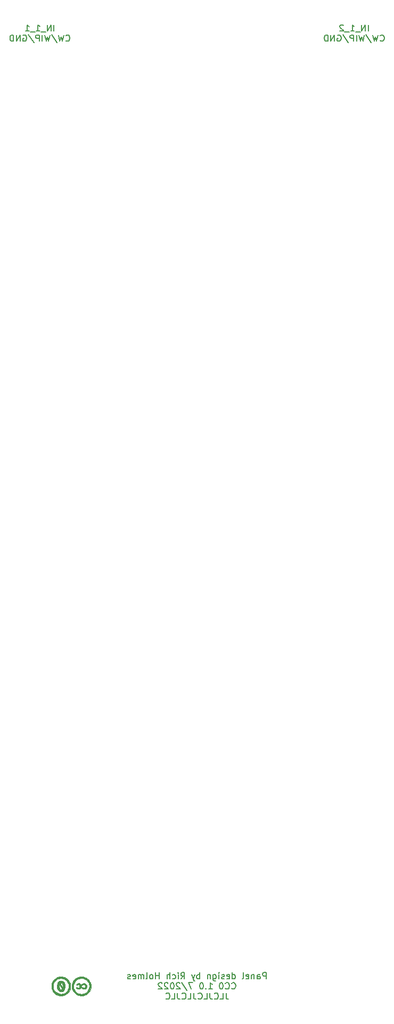
<source format=gbo>
G04 #@! TF.GenerationSoftware,KiCad,Pcbnew,6.0.7-f9a2dced07~116~ubuntu22.04.1*
G04 #@! TF.CreationDate,2022-09-02T23:25:56-04:00*
G04 #@! TF.ProjectId,voltproc_panel,766f6c74-7072-46f6-935f-70616e656c2e,rev?*
G04 #@! TF.SameCoordinates,Original*
G04 #@! TF.FileFunction,Legend,Bot*
G04 #@! TF.FilePolarity,Positive*
%FSLAX46Y46*%
G04 Gerber Fmt 4.6, Leading zero omitted, Abs format (unit mm)*
G04 Created by KiCad (PCBNEW 6.0.7-f9a2dced07~116~ubuntu22.04.1) date 2022-09-02 23:25:56*
%MOMM*%
%LPD*%
G01*
G04 APERTURE LIST*
%ADD10C,0.150000*%
%ADD11C,0.010000*%
G04 APERTURE END LIST*
D10*
X64600000Y-196442380D02*
X64600000Y-195442380D01*
X64219047Y-195442380D01*
X64123809Y-195490000D01*
X64076190Y-195537619D01*
X64028571Y-195632857D01*
X64028571Y-195775714D01*
X64076190Y-195870952D01*
X64123809Y-195918571D01*
X64219047Y-195966190D01*
X64600000Y-195966190D01*
X63171428Y-196442380D02*
X63171428Y-195918571D01*
X63219047Y-195823333D01*
X63314285Y-195775714D01*
X63504761Y-195775714D01*
X63600000Y-195823333D01*
X63171428Y-196394761D02*
X63266666Y-196442380D01*
X63504761Y-196442380D01*
X63600000Y-196394761D01*
X63647619Y-196299523D01*
X63647619Y-196204285D01*
X63600000Y-196109047D01*
X63504761Y-196061428D01*
X63266666Y-196061428D01*
X63171428Y-196013809D01*
X62695238Y-195775714D02*
X62695238Y-196442380D01*
X62695238Y-195870952D02*
X62647619Y-195823333D01*
X62552380Y-195775714D01*
X62409523Y-195775714D01*
X62314285Y-195823333D01*
X62266666Y-195918571D01*
X62266666Y-196442380D01*
X61409523Y-196394761D02*
X61504761Y-196442380D01*
X61695238Y-196442380D01*
X61790476Y-196394761D01*
X61838095Y-196299523D01*
X61838095Y-195918571D01*
X61790476Y-195823333D01*
X61695238Y-195775714D01*
X61504761Y-195775714D01*
X61409523Y-195823333D01*
X61361904Y-195918571D01*
X61361904Y-196013809D01*
X61838095Y-196109047D01*
X60790476Y-196442380D02*
X60885714Y-196394761D01*
X60933333Y-196299523D01*
X60933333Y-195442380D01*
X59219047Y-196442380D02*
X59219047Y-195442380D01*
X59219047Y-196394761D02*
X59314285Y-196442380D01*
X59504761Y-196442380D01*
X59600000Y-196394761D01*
X59647619Y-196347142D01*
X59695238Y-196251904D01*
X59695238Y-195966190D01*
X59647619Y-195870952D01*
X59600000Y-195823333D01*
X59504761Y-195775714D01*
X59314285Y-195775714D01*
X59219047Y-195823333D01*
X58361904Y-196394761D02*
X58457142Y-196442380D01*
X58647619Y-196442380D01*
X58742857Y-196394761D01*
X58790476Y-196299523D01*
X58790476Y-195918571D01*
X58742857Y-195823333D01*
X58647619Y-195775714D01*
X58457142Y-195775714D01*
X58361904Y-195823333D01*
X58314285Y-195918571D01*
X58314285Y-196013809D01*
X58790476Y-196109047D01*
X57933333Y-196394761D02*
X57838095Y-196442380D01*
X57647619Y-196442380D01*
X57552380Y-196394761D01*
X57504761Y-196299523D01*
X57504761Y-196251904D01*
X57552380Y-196156666D01*
X57647619Y-196109047D01*
X57790476Y-196109047D01*
X57885714Y-196061428D01*
X57933333Y-195966190D01*
X57933333Y-195918571D01*
X57885714Y-195823333D01*
X57790476Y-195775714D01*
X57647619Y-195775714D01*
X57552380Y-195823333D01*
X57076190Y-196442380D02*
X57076190Y-195775714D01*
X57076190Y-195442380D02*
X57123809Y-195490000D01*
X57076190Y-195537619D01*
X57028571Y-195490000D01*
X57076190Y-195442380D01*
X57076190Y-195537619D01*
X56171428Y-195775714D02*
X56171428Y-196585238D01*
X56219047Y-196680476D01*
X56266666Y-196728095D01*
X56361904Y-196775714D01*
X56504761Y-196775714D01*
X56600000Y-196728095D01*
X56171428Y-196394761D02*
X56266666Y-196442380D01*
X56457142Y-196442380D01*
X56552380Y-196394761D01*
X56600000Y-196347142D01*
X56647619Y-196251904D01*
X56647619Y-195966190D01*
X56600000Y-195870952D01*
X56552380Y-195823333D01*
X56457142Y-195775714D01*
X56266666Y-195775714D01*
X56171428Y-195823333D01*
X55695238Y-195775714D02*
X55695238Y-196442380D01*
X55695238Y-195870952D02*
X55647619Y-195823333D01*
X55552380Y-195775714D01*
X55409523Y-195775714D01*
X55314285Y-195823333D01*
X55266666Y-195918571D01*
X55266666Y-196442380D01*
X54028571Y-196442380D02*
X54028571Y-195442380D01*
X54028571Y-195823333D02*
X53933333Y-195775714D01*
X53742857Y-195775714D01*
X53647619Y-195823333D01*
X53600000Y-195870952D01*
X53552380Y-195966190D01*
X53552380Y-196251904D01*
X53600000Y-196347142D01*
X53647619Y-196394761D01*
X53742857Y-196442380D01*
X53933333Y-196442380D01*
X54028571Y-196394761D01*
X53219047Y-195775714D02*
X52980952Y-196442380D01*
X52742857Y-195775714D02*
X52980952Y-196442380D01*
X53076190Y-196680476D01*
X53123809Y-196728095D01*
X53219047Y-196775714D01*
X51028571Y-196442380D02*
X51361904Y-195966190D01*
X51600000Y-196442380D02*
X51600000Y-195442380D01*
X51219047Y-195442380D01*
X51123809Y-195490000D01*
X51076190Y-195537619D01*
X51028571Y-195632857D01*
X51028571Y-195775714D01*
X51076190Y-195870952D01*
X51123809Y-195918571D01*
X51219047Y-195966190D01*
X51600000Y-195966190D01*
X50600000Y-196442380D02*
X50600000Y-195775714D01*
X50600000Y-195442380D02*
X50647619Y-195490000D01*
X50600000Y-195537619D01*
X50552380Y-195490000D01*
X50600000Y-195442380D01*
X50600000Y-195537619D01*
X49695238Y-196394761D02*
X49790476Y-196442380D01*
X49980952Y-196442380D01*
X50076190Y-196394761D01*
X50123809Y-196347142D01*
X50171428Y-196251904D01*
X50171428Y-195966190D01*
X50123809Y-195870952D01*
X50076190Y-195823333D01*
X49980952Y-195775714D01*
X49790476Y-195775714D01*
X49695238Y-195823333D01*
X49266666Y-196442380D02*
X49266666Y-195442380D01*
X48838095Y-196442380D02*
X48838095Y-195918571D01*
X48885714Y-195823333D01*
X48980952Y-195775714D01*
X49123809Y-195775714D01*
X49219047Y-195823333D01*
X49266666Y-195870952D01*
X47600000Y-196442380D02*
X47600000Y-195442380D01*
X47600000Y-195918571D02*
X47028571Y-195918571D01*
X47028571Y-196442380D02*
X47028571Y-195442380D01*
X46409523Y-196442380D02*
X46504761Y-196394761D01*
X46552380Y-196347142D01*
X46600000Y-196251904D01*
X46600000Y-195966190D01*
X46552380Y-195870952D01*
X46504761Y-195823333D01*
X46409523Y-195775714D01*
X46266666Y-195775714D01*
X46171428Y-195823333D01*
X46123809Y-195870952D01*
X46076190Y-195966190D01*
X46076190Y-196251904D01*
X46123809Y-196347142D01*
X46171428Y-196394761D01*
X46266666Y-196442380D01*
X46409523Y-196442380D01*
X45504761Y-196442380D02*
X45600000Y-196394761D01*
X45647619Y-196299523D01*
X45647619Y-195442380D01*
X45123809Y-196442380D02*
X45123809Y-195775714D01*
X45123809Y-195870952D02*
X45076190Y-195823333D01*
X44980952Y-195775714D01*
X44838095Y-195775714D01*
X44742857Y-195823333D01*
X44695238Y-195918571D01*
X44695238Y-196442380D01*
X44695238Y-195918571D02*
X44647619Y-195823333D01*
X44552380Y-195775714D01*
X44409523Y-195775714D01*
X44314285Y-195823333D01*
X44266666Y-195918571D01*
X44266666Y-196442380D01*
X43409523Y-196394761D02*
X43504761Y-196442380D01*
X43695238Y-196442380D01*
X43790476Y-196394761D01*
X43838095Y-196299523D01*
X43838095Y-195918571D01*
X43790476Y-195823333D01*
X43695238Y-195775714D01*
X43504761Y-195775714D01*
X43409523Y-195823333D01*
X43361904Y-195918571D01*
X43361904Y-196013809D01*
X43838095Y-196109047D01*
X42980952Y-196394761D02*
X42885714Y-196442380D01*
X42695238Y-196442380D01*
X42600000Y-196394761D01*
X42552380Y-196299523D01*
X42552380Y-196251904D01*
X42600000Y-196156666D01*
X42695238Y-196109047D01*
X42838095Y-196109047D01*
X42933333Y-196061428D01*
X42980952Y-195966190D01*
X42980952Y-195918571D01*
X42933333Y-195823333D01*
X42838095Y-195775714D01*
X42695238Y-195775714D01*
X42600000Y-195823333D01*
X59123809Y-197957142D02*
X59171428Y-198004761D01*
X59314285Y-198052380D01*
X59409523Y-198052380D01*
X59552380Y-198004761D01*
X59647619Y-197909523D01*
X59695238Y-197814285D01*
X59742857Y-197623809D01*
X59742857Y-197480952D01*
X59695238Y-197290476D01*
X59647619Y-197195238D01*
X59552380Y-197100000D01*
X59409523Y-197052380D01*
X59314285Y-197052380D01*
X59171428Y-197100000D01*
X59123809Y-197147619D01*
X58123809Y-197957142D02*
X58171428Y-198004761D01*
X58314285Y-198052380D01*
X58409523Y-198052380D01*
X58552380Y-198004761D01*
X58647619Y-197909523D01*
X58695238Y-197814285D01*
X58742857Y-197623809D01*
X58742857Y-197480952D01*
X58695238Y-197290476D01*
X58647619Y-197195238D01*
X58552380Y-197100000D01*
X58409523Y-197052380D01*
X58314285Y-197052380D01*
X58171428Y-197100000D01*
X58123809Y-197147619D01*
X57504761Y-197052380D02*
X57409523Y-197052380D01*
X57314285Y-197100000D01*
X57266666Y-197147619D01*
X57219047Y-197242857D01*
X57171428Y-197433333D01*
X57171428Y-197671428D01*
X57219047Y-197861904D01*
X57266666Y-197957142D01*
X57314285Y-198004761D01*
X57409523Y-198052380D01*
X57504761Y-198052380D01*
X57600000Y-198004761D01*
X57647619Y-197957142D01*
X57695238Y-197861904D01*
X57742857Y-197671428D01*
X57742857Y-197433333D01*
X57695238Y-197242857D01*
X57647619Y-197147619D01*
X57600000Y-197100000D01*
X57504761Y-197052380D01*
X55457142Y-198052380D02*
X56028571Y-198052380D01*
X55742857Y-198052380D02*
X55742857Y-197052380D01*
X55838095Y-197195238D01*
X55933333Y-197290476D01*
X56028571Y-197338095D01*
X55028571Y-197957142D02*
X54980952Y-198004761D01*
X55028571Y-198052380D01*
X55076190Y-198004761D01*
X55028571Y-197957142D01*
X55028571Y-198052380D01*
X54361904Y-197052380D02*
X54266666Y-197052380D01*
X54171428Y-197100000D01*
X54123809Y-197147619D01*
X54076190Y-197242857D01*
X54028571Y-197433333D01*
X54028571Y-197671428D01*
X54076190Y-197861904D01*
X54123809Y-197957142D01*
X54171428Y-198004761D01*
X54266666Y-198052380D01*
X54361904Y-198052380D01*
X54457142Y-198004761D01*
X54504761Y-197957142D01*
X54552380Y-197861904D01*
X54600000Y-197671428D01*
X54600000Y-197433333D01*
X54552380Y-197242857D01*
X54504761Y-197147619D01*
X54457142Y-197100000D01*
X54361904Y-197052380D01*
X52933333Y-197052380D02*
X52266666Y-197052380D01*
X52695238Y-198052380D01*
X51171428Y-197004761D02*
X52028571Y-198290476D01*
X50885714Y-197147619D02*
X50838095Y-197100000D01*
X50742857Y-197052380D01*
X50504761Y-197052380D01*
X50409523Y-197100000D01*
X50361904Y-197147619D01*
X50314285Y-197242857D01*
X50314285Y-197338095D01*
X50361904Y-197480952D01*
X50933333Y-198052380D01*
X50314285Y-198052380D01*
X49695238Y-197052380D02*
X49600000Y-197052380D01*
X49504761Y-197100000D01*
X49457142Y-197147619D01*
X49409523Y-197242857D01*
X49361904Y-197433333D01*
X49361904Y-197671428D01*
X49409523Y-197861904D01*
X49457142Y-197957142D01*
X49504761Y-198004761D01*
X49600000Y-198052380D01*
X49695238Y-198052380D01*
X49790476Y-198004761D01*
X49838095Y-197957142D01*
X49885714Y-197861904D01*
X49933333Y-197671428D01*
X49933333Y-197433333D01*
X49885714Y-197242857D01*
X49838095Y-197147619D01*
X49790476Y-197100000D01*
X49695238Y-197052380D01*
X48980952Y-197147619D02*
X48933333Y-197100000D01*
X48838095Y-197052380D01*
X48600000Y-197052380D01*
X48504761Y-197100000D01*
X48457142Y-197147619D01*
X48409523Y-197242857D01*
X48409523Y-197338095D01*
X48457142Y-197480952D01*
X49028571Y-198052380D01*
X48409523Y-198052380D01*
X48028571Y-197147619D02*
X47980952Y-197100000D01*
X47885714Y-197052380D01*
X47647619Y-197052380D01*
X47552380Y-197100000D01*
X47504761Y-197147619D01*
X47457142Y-197242857D01*
X47457142Y-197338095D01*
X47504761Y-197480952D01*
X48076190Y-198052380D01*
X47457142Y-198052380D01*
X58219047Y-198662380D02*
X58219047Y-199376666D01*
X58266666Y-199519523D01*
X58361904Y-199614761D01*
X58504761Y-199662380D01*
X58600000Y-199662380D01*
X57266666Y-199662380D02*
X57742857Y-199662380D01*
X57742857Y-198662380D01*
X56361904Y-199567142D02*
X56409523Y-199614761D01*
X56552380Y-199662380D01*
X56647619Y-199662380D01*
X56790476Y-199614761D01*
X56885714Y-199519523D01*
X56933333Y-199424285D01*
X56980952Y-199233809D01*
X56980952Y-199090952D01*
X56933333Y-198900476D01*
X56885714Y-198805238D01*
X56790476Y-198710000D01*
X56647619Y-198662380D01*
X56552380Y-198662380D01*
X56409523Y-198710000D01*
X56361904Y-198757619D01*
X55647619Y-198662380D02*
X55647619Y-199376666D01*
X55695238Y-199519523D01*
X55790476Y-199614761D01*
X55933333Y-199662380D01*
X56028571Y-199662380D01*
X54695238Y-199662380D02*
X55171428Y-199662380D01*
X55171428Y-198662380D01*
X53790476Y-199567142D02*
X53838095Y-199614761D01*
X53980952Y-199662380D01*
X54076190Y-199662380D01*
X54219047Y-199614761D01*
X54314285Y-199519523D01*
X54361904Y-199424285D01*
X54409523Y-199233809D01*
X54409523Y-199090952D01*
X54361904Y-198900476D01*
X54314285Y-198805238D01*
X54219047Y-198710000D01*
X54076190Y-198662380D01*
X53980952Y-198662380D01*
X53838095Y-198710000D01*
X53790476Y-198757619D01*
X53076190Y-198662380D02*
X53076190Y-199376666D01*
X53123809Y-199519523D01*
X53219047Y-199614761D01*
X53361904Y-199662380D01*
X53457142Y-199662380D01*
X52123809Y-199662380D02*
X52600000Y-199662380D01*
X52600000Y-198662380D01*
X51219047Y-199567142D02*
X51266666Y-199614761D01*
X51409523Y-199662380D01*
X51504761Y-199662380D01*
X51647619Y-199614761D01*
X51742857Y-199519523D01*
X51790476Y-199424285D01*
X51838095Y-199233809D01*
X51838095Y-199090952D01*
X51790476Y-198900476D01*
X51742857Y-198805238D01*
X51647619Y-198710000D01*
X51504761Y-198662380D01*
X51409523Y-198662380D01*
X51266666Y-198710000D01*
X51219047Y-198757619D01*
X50504761Y-198662380D02*
X50504761Y-199376666D01*
X50552380Y-199519523D01*
X50647619Y-199614761D01*
X50790476Y-199662380D01*
X50885714Y-199662380D01*
X49552380Y-199662380D02*
X50028571Y-199662380D01*
X50028571Y-198662380D01*
X48647619Y-199567142D02*
X48695238Y-199614761D01*
X48838095Y-199662380D01*
X48933333Y-199662380D01*
X49076190Y-199614761D01*
X49171428Y-199519523D01*
X49219047Y-199424285D01*
X49266666Y-199233809D01*
X49266666Y-199090952D01*
X49219047Y-198900476D01*
X49171428Y-198805238D01*
X49076190Y-198710000D01*
X48933333Y-198662380D01*
X48838095Y-198662380D01*
X48695238Y-198710000D01*
X48647619Y-198757619D01*
X30838095Y-45747380D02*
X30838095Y-44747380D01*
X30361904Y-45747380D02*
X30361904Y-44747380D01*
X29790476Y-45747380D01*
X29790476Y-44747380D01*
X29552380Y-45842619D02*
X28790476Y-45842619D01*
X28028571Y-45747380D02*
X28600000Y-45747380D01*
X28314285Y-45747380D02*
X28314285Y-44747380D01*
X28409523Y-44890238D01*
X28504761Y-44985476D01*
X28600000Y-45033095D01*
X27838095Y-45842619D02*
X27076190Y-45842619D01*
X26314285Y-45747380D02*
X26885714Y-45747380D01*
X26600000Y-45747380D02*
X26600000Y-44747380D01*
X26695238Y-44890238D01*
X26790476Y-44985476D01*
X26885714Y-45033095D01*
X32742857Y-47262142D02*
X32790476Y-47309761D01*
X32933333Y-47357380D01*
X33028571Y-47357380D01*
X33171428Y-47309761D01*
X33266666Y-47214523D01*
X33314285Y-47119285D01*
X33361904Y-46928809D01*
X33361904Y-46785952D01*
X33314285Y-46595476D01*
X33266666Y-46500238D01*
X33171428Y-46405000D01*
X33028571Y-46357380D01*
X32933333Y-46357380D01*
X32790476Y-46405000D01*
X32742857Y-46452619D01*
X32409523Y-46357380D02*
X32171428Y-47357380D01*
X31980952Y-46643095D01*
X31790476Y-47357380D01*
X31552380Y-46357380D01*
X30457142Y-46309761D02*
X31314285Y-47595476D01*
X30219047Y-46357380D02*
X29980952Y-47357380D01*
X29790476Y-46643095D01*
X29600000Y-47357380D01*
X29361904Y-46357380D01*
X28980952Y-47357380D02*
X28980952Y-46357380D01*
X28504761Y-47357380D02*
X28504761Y-46357380D01*
X28123809Y-46357380D01*
X28028571Y-46405000D01*
X27980952Y-46452619D01*
X27933333Y-46547857D01*
X27933333Y-46690714D01*
X27980952Y-46785952D01*
X28028571Y-46833571D01*
X28123809Y-46881190D01*
X28504761Y-46881190D01*
X26790476Y-46309761D02*
X27647619Y-47595476D01*
X25933333Y-46405000D02*
X26028571Y-46357380D01*
X26171428Y-46357380D01*
X26314285Y-46405000D01*
X26409523Y-46500238D01*
X26457142Y-46595476D01*
X26504761Y-46785952D01*
X26504761Y-46928809D01*
X26457142Y-47119285D01*
X26409523Y-47214523D01*
X26314285Y-47309761D01*
X26171428Y-47357380D01*
X26076190Y-47357380D01*
X25933333Y-47309761D01*
X25885714Y-47262142D01*
X25885714Y-46928809D01*
X26076190Y-46928809D01*
X25457142Y-47357380D02*
X25457142Y-46357380D01*
X24885714Y-47357380D01*
X24885714Y-46357380D01*
X24409523Y-47357380D02*
X24409523Y-46357380D01*
X24171428Y-46357380D01*
X24028571Y-46405000D01*
X23933333Y-46500238D01*
X23885714Y-46595476D01*
X23838095Y-46785952D01*
X23838095Y-46928809D01*
X23885714Y-47119285D01*
X23933333Y-47214523D01*
X24028571Y-47309761D01*
X24171428Y-47357380D01*
X24409523Y-47357380D01*
X80838095Y-45747380D02*
X80838095Y-44747380D01*
X80361904Y-45747380D02*
X80361904Y-44747380D01*
X79790476Y-45747380D01*
X79790476Y-44747380D01*
X79552380Y-45842619D02*
X78790476Y-45842619D01*
X78028571Y-45747380D02*
X78600000Y-45747380D01*
X78314285Y-45747380D02*
X78314285Y-44747380D01*
X78409523Y-44890238D01*
X78504761Y-44985476D01*
X78600000Y-45033095D01*
X77838095Y-45842619D02*
X77076190Y-45842619D01*
X76885714Y-44842619D02*
X76838095Y-44795000D01*
X76742857Y-44747380D01*
X76504761Y-44747380D01*
X76409523Y-44795000D01*
X76361904Y-44842619D01*
X76314285Y-44937857D01*
X76314285Y-45033095D01*
X76361904Y-45175952D01*
X76933333Y-45747380D01*
X76314285Y-45747380D01*
X82742857Y-47262142D02*
X82790476Y-47309761D01*
X82933333Y-47357380D01*
X83028571Y-47357380D01*
X83171428Y-47309761D01*
X83266666Y-47214523D01*
X83314285Y-47119285D01*
X83361904Y-46928809D01*
X83361904Y-46785952D01*
X83314285Y-46595476D01*
X83266666Y-46500238D01*
X83171428Y-46405000D01*
X83028571Y-46357380D01*
X82933333Y-46357380D01*
X82790476Y-46405000D01*
X82742857Y-46452619D01*
X82409523Y-46357380D02*
X82171428Y-47357380D01*
X81980952Y-46643095D01*
X81790476Y-47357380D01*
X81552380Y-46357380D01*
X80457142Y-46309761D02*
X81314285Y-47595476D01*
X80219047Y-46357380D02*
X79980952Y-47357380D01*
X79790476Y-46643095D01*
X79600000Y-47357380D01*
X79361904Y-46357380D01*
X78980952Y-47357380D02*
X78980952Y-46357380D01*
X78504761Y-47357380D02*
X78504761Y-46357380D01*
X78123809Y-46357380D01*
X78028571Y-46405000D01*
X77980952Y-46452619D01*
X77933333Y-46547857D01*
X77933333Y-46690714D01*
X77980952Y-46785952D01*
X78028571Y-46833571D01*
X78123809Y-46881190D01*
X78504761Y-46881190D01*
X76790476Y-46309761D02*
X77647619Y-47595476D01*
X75933333Y-46405000D02*
X76028571Y-46357380D01*
X76171428Y-46357380D01*
X76314285Y-46405000D01*
X76409523Y-46500238D01*
X76457142Y-46595476D01*
X76504761Y-46785952D01*
X76504761Y-46928809D01*
X76457142Y-47119285D01*
X76409523Y-47214523D01*
X76314285Y-47309761D01*
X76171428Y-47357380D01*
X76076190Y-47357380D01*
X75933333Y-47309761D01*
X75885714Y-47262142D01*
X75885714Y-46928809D01*
X76076190Y-46928809D01*
X75457142Y-47357380D02*
X75457142Y-46357380D01*
X74885714Y-47357380D01*
X74885714Y-46357380D01*
X74409523Y-47357380D02*
X74409523Y-46357380D01*
X74171428Y-46357380D01*
X74028571Y-46405000D01*
X73933333Y-46500238D01*
X73885714Y-46595476D01*
X73838095Y-46785952D01*
X73838095Y-46928809D01*
X73885714Y-47119285D01*
X73933333Y-47214523D01*
X74028571Y-47309761D01*
X74171428Y-47357380D01*
X74409523Y-47357380D01*
G04 #@! TO.C,GRAF3*
G36*
X33428098Y-198013730D02*
G01*
X33350979Y-198226239D01*
X33241960Y-198426151D01*
X33101565Y-198609450D01*
X32930318Y-198772122D01*
X32858665Y-198826800D01*
X32648814Y-198953934D01*
X32422036Y-199046757D01*
X32182701Y-199103333D01*
X32129245Y-199109587D01*
X31997718Y-199113928D01*
X31851603Y-199107309D01*
X31706088Y-199090687D01*
X31576363Y-199065024D01*
X31489193Y-199039403D01*
X31283462Y-198952963D01*
X31087535Y-198835367D01*
X30908404Y-198691903D01*
X30753060Y-198527855D01*
X30628497Y-198348509D01*
X30621923Y-198336967D01*
X30530753Y-198136409D01*
X30471660Y-197920000D01*
X30444543Y-197693698D01*
X30446503Y-197598975D01*
X30707932Y-197598975D01*
X30722905Y-197800620D01*
X30771467Y-197998686D01*
X30854299Y-198189023D01*
X30972085Y-198367478D01*
X31011618Y-198414097D01*
X31145288Y-198539843D01*
X31302582Y-198651041D01*
X31472303Y-198740458D01*
X31643253Y-198800863D01*
X31760214Y-198825598D01*
X31979243Y-198842623D01*
X32195157Y-198821992D01*
X32403936Y-198764254D01*
X32601557Y-198669958D01*
X32608876Y-198665561D01*
X32700350Y-198599920D01*
X32800572Y-198512322D01*
X32898995Y-198413314D01*
X32985076Y-198313441D01*
X33048267Y-198223249D01*
X33132679Y-198050690D01*
X33194064Y-197845751D01*
X33219198Y-197634606D01*
X33207517Y-197422433D01*
X33158456Y-197214411D01*
X33133123Y-197147282D01*
X33050390Y-196987160D01*
X32941458Y-196831978D01*
X32813615Y-196690242D01*
X32674147Y-196570458D01*
X32530339Y-196481134D01*
X32474013Y-196454950D01*
X32272769Y-196387319D01*
X32063972Y-196353993D01*
X31853455Y-196354622D01*
X31647052Y-196388856D01*
X31450595Y-196456346D01*
X31269918Y-196556741D01*
X31112983Y-196682385D01*
X30970259Y-196839647D01*
X30857710Y-197014089D01*
X30776017Y-197201558D01*
X30725863Y-197397904D01*
X30707932Y-197598975D01*
X30446503Y-197598975D01*
X30449306Y-197463459D01*
X30485850Y-197235241D01*
X30554077Y-197014999D01*
X30653888Y-196808692D01*
X30720353Y-196710982D01*
X30817359Y-196595134D01*
X30928792Y-196481493D01*
X31044068Y-196380779D01*
X31152602Y-196303708D01*
X31222761Y-196263945D01*
X31434872Y-196172319D01*
X31662551Y-196111587D01*
X31898289Y-196082853D01*
X32134579Y-196087219D01*
X32363914Y-196125788D01*
X32385476Y-196131460D01*
X32565418Y-196197626D01*
X32745551Y-196294696D01*
X32917123Y-196416554D01*
X33071384Y-196557078D01*
X33199584Y-196710151D01*
X33316833Y-196902756D01*
X33407082Y-197118025D01*
X33462808Y-197340772D01*
X33484536Y-197566982D01*
X33481016Y-197634606D01*
X33472791Y-197792639D01*
X33428098Y-198013730D01*
G37*
D11*
X33428098Y-198013730D02*
X33350979Y-198226239D01*
X33241960Y-198426151D01*
X33101565Y-198609450D01*
X32930318Y-198772122D01*
X32858665Y-198826800D01*
X32648814Y-198953934D01*
X32422036Y-199046757D01*
X32182701Y-199103333D01*
X32129245Y-199109587D01*
X31997718Y-199113928D01*
X31851603Y-199107309D01*
X31706088Y-199090687D01*
X31576363Y-199065024D01*
X31489193Y-199039403D01*
X31283462Y-198952963D01*
X31087535Y-198835367D01*
X30908404Y-198691903D01*
X30753060Y-198527855D01*
X30628497Y-198348509D01*
X30621923Y-198336967D01*
X30530753Y-198136409D01*
X30471660Y-197920000D01*
X30444543Y-197693698D01*
X30446503Y-197598975D01*
X30707932Y-197598975D01*
X30722905Y-197800620D01*
X30771467Y-197998686D01*
X30854299Y-198189023D01*
X30972085Y-198367478D01*
X31011618Y-198414097D01*
X31145288Y-198539843D01*
X31302582Y-198651041D01*
X31472303Y-198740458D01*
X31643253Y-198800863D01*
X31760214Y-198825598D01*
X31979243Y-198842623D01*
X32195157Y-198821992D01*
X32403936Y-198764254D01*
X32601557Y-198669958D01*
X32608876Y-198665561D01*
X32700350Y-198599920D01*
X32800572Y-198512322D01*
X32898995Y-198413314D01*
X32985076Y-198313441D01*
X33048267Y-198223249D01*
X33132679Y-198050690D01*
X33194064Y-197845751D01*
X33219198Y-197634606D01*
X33207517Y-197422433D01*
X33158456Y-197214411D01*
X33133123Y-197147282D01*
X33050390Y-196987160D01*
X32941458Y-196831978D01*
X32813615Y-196690242D01*
X32674147Y-196570458D01*
X32530339Y-196481134D01*
X32474013Y-196454950D01*
X32272769Y-196387319D01*
X32063972Y-196353993D01*
X31853455Y-196354622D01*
X31647052Y-196388856D01*
X31450595Y-196456346D01*
X31269918Y-196556741D01*
X31112983Y-196682385D01*
X30970259Y-196839647D01*
X30857710Y-197014089D01*
X30776017Y-197201558D01*
X30725863Y-197397904D01*
X30707932Y-197598975D01*
X30446503Y-197598975D01*
X30449306Y-197463459D01*
X30485850Y-197235241D01*
X30554077Y-197014999D01*
X30653888Y-196808692D01*
X30720353Y-196710982D01*
X30817359Y-196595134D01*
X30928792Y-196481493D01*
X31044068Y-196380779D01*
X31152602Y-196303708D01*
X31222761Y-196263945D01*
X31434872Y-196172319D01*
X31662551Y-196111587D01*
X31898289Y-196082853D01*
X32134579Y-196087219D01*
X32363914Y-196125788D01*
X32385476Y-196131460D01*
X32565418Y-196197626D01*
X32745551Y-196294696D01*
X32917123Y-196416554D01*
X33071384Y-196557078D01*
X33199584Y-196710151D01*
X33316833Y-196902756D01*
X33407082Y-197118025D01*
X33462808Y-197340772D01*
X33484536Y-197566982D01*
X33481016Y-197634606D01*
X33472791Y-197792639D01*
X33428098Y-198013730D01*
G36*
X34835087Y-197137553D02*
G01*
X34939475Y-197167928D01*
X34964117Y-197180196D01*
X35061800Y-197254078D01*
X35136905Y-197354228D01*
X35185124Y-197473486D01*
X35202154Y-197604694D01*
X35188536Y-197728345D01*
X35142881Y-197848191D01*
X35067214Y-197946141D01*
X34963723Y-198018395D01*
X34880352Y-198050937D01*
X34748419Y-198068493D01*
X34609070Y-198047792D01*
X34586973Y-198039670D01*
X34531448Y-198008947D01*
X34471639Y-197966241D01*
X34417095Y-197919399D01*
X34377365Y-197876272D01*
X34362000Y-197844709D01*
X34364706Y-197837249D01*
X34392090Y-197812301D01*
X34439444Y-197785935D01*
X34516888Y-197751013D01*
X34586663Y-197812275D01*
X34606578Y-197828406D01*
X34684451Y-197867673D01*
X34759213Y-197871845D01*
X34825937Y-197843996D01*
X34879697Y-197787197D01*
X34915565Y-197704520D01*
X34928616Y-197599038D01*
X34928177Y-197576958D01*
X34910986Y-197471618D01*
X34870310Y-197392865D01*
X34808245Y-197343534D01*
X34726890Y-197326461D01*
X34673913Y-197339854D01*
X34613678Y-197375036D01*
X34564922Y-197421783D01*
X34558361Y-197429280D01*
X34538765Y-197436991D01*
X34506758Y-197427060D01*
X34452388Y-197397323D01*
X34440859Y-197390489D01*
X34393686Y-197358572D01*
X34375227Y-197334377D01*
X34379557Y-197310874D01*
X34425953Y-197250711D01*
X34508378Y-197191970D01*
X34610240Y-197151947D01*
X34722242Y-197133017D01*
X34835087Y-197137553D01*
G37*
X34835087Y-197137553D02*
X34939475Y-197167928D01*
X34964117Y-197180196D01*
X35061800Y-197254078D01*
X35136905Y-197354228D01*
X35185124Y-197473486D01*
X35202154Y-197604694D01*
X35188536Y-197728345D01*
X35142881Y-197848191D01*
X35067214Y-197946141D01*
X34963723Y-198018395D01*
X34880352Y-198050937D01*
X34748419Y-198068493D01*
X34609070Y-198047792D01*
X34586973Y-198039670D01*
X34531448Y-198008947D01*
X34471639Y-197966241D01*
X34417095Y-197919399D01*
X34377365Y-197876272D01*
X34362000Y-197844709D01*
X34364706Y-197837249D01*
X34392090Y-197812301D01*
X34439444Y-197785935D01*
X34516888Y-197751013D01*
X34586663Y-197812275D01*
X34606578Y-197828406D01*
X34684451Y-197867673D01*
X34759213Y-197871845D01*
X34825937Y-197843996D01*
X34879697Y-197787197D01*
X34915565Y-197704520D01*
X34928616Y-197599038D01*
X34928177Y-197576958D01*
X34910986Y-197471618D01*
X34870310Y-197392865D01*
X34808245Y-197343534D01*
X34726890Y-197326461D01*
X34673913Y-197339854D01*
X34613678Y-197375036D01*
X34564922Y-197421783D01*
X34558361Y-197429280D01*
X34538765Y-197436991D01*
X34506758Y-197427060D01*
X34452388Y-197397323D01*
X34440859Y-197390489D01*
X34393686Y-197358572D01*
X34375227Y-197334377D01*
X34379557Y-197310874D01*
X34425953Y-197250711D01*
X34508378Y-197191970D01*
X34610240Y-197151947D01*
X34722242Y-197133017D01*
X34835087Y-197137553D01*
G36*
X32442941Y-198222255D02*
G01*
X32352785Y-198327434D01*
X32309094Y-198365485D01*
X32246195Y-198411095D01*
X32184600Y-198439781D01*
X32109283Y-198459705D01*
X32031329Y-198468967D01*
X31918276Y-198466619D01*
X31805941Y-198450276D01*
X31712792Y-198421706D01*
X31666924Y-198398346D01*
X31560509Y-198314342D01*
X31473289Y-198198191D01*
X31406600Y-198051964D01*
X31361779Y-197877732D01*
X31349484Y-197801356D01*
X31336482Y-197663482D01*
X31337998Y-197547802D01*
X31689697Y-197547802D01*
X31692197Y-197658843D01*
X31701250Y-197773359D01*
X31715890Y-197877223D01*
X31735151Y-197956308D01*
X31745795Y-197982909D01*
X31783099Y-198048793D01*
X31825245Y-198097962D01*
X31858571Y-198120334D01*
X31925111Y-198143004D01*
X31993708Y-198145931D01*
X32054685Y-198130658D01*
X32098366Y-198098731D01*
X32115077Y-198051694D01*
X32114629Y-198049321D01*
X32101331Y-198019360D01*
X32071760Y-197962368D01*
X32028881Y-197883798D01*
X31975656Y-197789104D01*
X31915052Y-197683738D01*
X31715027Y-197339702D01*
X31698892Y-197425889D01*
X31694716Y-197454362D01*
X31689697Y-197547802D01*
X31337998Y-197547802D01*
X31338268Y-197527178D01*
X31354570Y-197373464D01*
X31372779Y-197268883D01*
X31415128Y-197125434D01*
X31872053Y-197125434D01*
X31876125Y-197153967D01*
X31890655Y-197194906D01*
X31917835Y-197253656D01*
X31959859Y-197335619D01*
X32018921Y-197446196D01*
X32067438Y-197536263D01*
X32124124Y-197641045D01*
X32165921Y-197716164D01*
X32195189Y-197764330D01*
X32214288Y-197788254D01*
X32225578Y-197790645D01*
X32231418Y-197774212D01*
X32234167Y-197741666D01*
X32236185Y-197695716D01*
X32238146Y-197634984D01*
X32233451Y-197472686D01*
X32214163Y-197332535D01*
X32181276Y-197218397D01*
X32135785Y-197134136D01*
X32078683Y-197083617D01*
X32044564Y-197068352D01*
X31972173Y-197052645D01*
X31914080Y-197063197D01*
X31878145Y-197099389D01*
X31876246Y-197103908D01*
X31872053Y-197125434D01*
X31415128Y-197125434D01*
X31422002Y-197102151D01*
X31492347Y-196966970D01*
X31584604Y-196861996D01*
X31699562Y-196785884D01*
X31758500Y-196759197D01*
X31816567Y-196741437D01*
X31881189Y-196733741D01*
X31968539Y-196732925D01*
X32079434Y-196739819D01*
X32179519Y-196762242D01*
X32266009Y-196804584D01*
X32351492Y-196871396D01*
X32399538Y-196920506D01*
X32482214Y-197044339D01*
X32540721Y-197197138D01*
X32575312Y-197379678D01*
X32586238Y-197592731D01*
X32584805Y-197634984D01*
X32581480Y-197733041D01*
X32556836Y-197926483D01*
X32521390Y-198051694D01*
X32510807Y-198089080D01*
X32442941Y-198222255D01*
G37*
X32442941Y-198222255D02*
X32352785Y-198327434D01*
X32309094Y-198365485D01*
X32246195Y-198411095D01*
X32184600Y-198439781D01*
X32109283Y-198459705D01*
X32031329Y-198468967D01*
X31918276Y-198466619D01*
X31805941Y-198450276D01*
X31712792Y-198421706D01*
X31666924Y-198398346D01*
X31560509Y-198314342D01*
X31473289Y-198198191D01*
X31406600Y-198051964D01*
X31361779Y-197877732D01*
X31349484Y-197801356D01*
X31336482Y-197663482D01*
X31337998Y-197547802D01*
X31689697Y-197547802D01*
X31692197Y-197658843D01*
X31701250Y-197773359D01*
X31715890Y-197877223D01*
X31735151Y-197956308D01*
X31745795Y-197982909D01*
X31783099Y-198048793D01*
X31825245Y-198097962D01*
X31858571Y-198120334D01*
X31925111Y-198143004D01*
X31993708Y-198145931D01*
X32054685Y-198130658D01*
X32098366Y-198098731D01*
X32115077Y-198051694D01*
X32114629Y-198049321D01*
X32101331Y-198019360D01*
X32071760Y-197962368D01*
X32028881Y-197883798D01*
X31975656Y-197789104D01*
X31915052Y-197683738D01*
X31715027Y-197339702D01*
X31698892Y-197425889D01*
X31694716Y-197454362D01*
X31689697Y-197547802D01*
X31337998Y-197547802D01*
X31338268Y-197527178D01*
X31354570Y-197373464D01*
X31372779Y-197268883D01*
X31415128Y-197125434D01*
X31872053Y-197125434D01*
X31876125Y-197153967D01*
X31890655Y-197194906D01*
X31917835Y-197253656D01*
X31959859Y-197335619D01*
X32018921Y-197446196D01*
X32067438Y-197536263D01*
X32124124Y-197641045D01*
X32165921Y-197716164D01*
X32195189Y-197764330D01*
X32214288Y-197788254D01*
X32225578Y-197790645D01*
X32231418Y-197774212D01*
X32234167Y-197741666D01*
X32236185Y-197695716D01*
X32238146Y-197634984D01*
X32233451Y-197472686D01*
X32214163Y-197332535D01*
X32181276Y-197218397D01*
X32135785Y-197134136D01*
X32078683Y-197083617D01*
X32044564Y-197068352D01*
X31972173Y-197052645D01*
X31914080Y-197063197D01*
X31878145Y-197099389D01*
X31876246Y-197103908D01*
X31872053Y-197125434D01*
X31415128Y-197125434D01*
X31422002Y-197102151D01*
X31492347Y-196966970D01*
X31584604Y-196861996D01*
X31699562Y-196785884D01*
X31758500Y-196759197D01*
X31816567Y-196741437D01*
X31881189Y-196733741D01*
X31968539Y-196732925D01*
X32079434Y-196739819D01*
X32179519Y-196762242D01*
X32266009Y-196804584D01*
X32351492Y-196871396D01*
X32399538Y-196920506D01*
X32482214Y-197044339D01*
X32540721Y-197197138D01*
X32575312Y-197379678D01*
X32586238Y-197592731D01*
X32584805Y-197634984D01*
X32581480Y-197733041D01*
X32556836Y-197926483D01*
X32521390Y-198051694D01*
X32510807Y-198089080D01*
X32442941Y-198222255D01*
G36*
X35711332Y-197138433D02*
G01*
X35830981Y-197174047D01*
X35933280Y-197239869D01*
X36012411Y-197333898D01*
X36013931Y-197336398D01*
X36049251Y-197404936D01*
X36068911Y-197474717D01*
X36078269Y-197564501D01*
X36079597Y-197606835D01*
X36065242Y-197746736D01*
X36020464Y-197862318D01*
X35945027Y-197954034D01*
X35838695Y-198022334D01*
X35823988Y-198028916D01*
X35694244Y-198064942D01*
X35565441Y-198062801D01*
X35441914Y-198023137D01*
X35327998Y-197946592D01*
X35290081Y-197911448D01*
X35254834Y-197874078D01*
X35241231Y-197852736D01*
X35244755Y-197845796D01*
X35273096Y-197822496D01*
X35320557Y-197794786D01*
X35399883Y-197754317D01*
X35467775Y-197813928D01*
X35503904Y-197841518D01*
X35581404Y-197872549D01*
X35657933Y-197864544D01*
X35733179Y-197817499D01*
X35764231Y-197786901D01*
X35785977Y-197752001D01*
X35797588Y-197704710D01*
X35804160Y-197631687D01*
X35805949Y-197566390D01*
X35794410Y-197468778D01*
X35762338Y-197399575D01*
X35708372Y-197354847D01*
X35632889Y-197329439D01*
X35560737Y-197338519D01*
X35488507Y-197385023D01*
X35421809Y-197443585D01*
X35331679Y-197393211D01*
X35309064Y-197380299D01*
X35268257Y-197352581D01*
X35254405Y-197330461D01*
X35261191Y-197306135D01*
X35277964Y-197281844D01*
X35334173Y-197230000D01*
X35407960Y-197183771D01*
X35485462Y-197152643D01*
X35580151Y-197135030D01*
X35711332Y-197138433D01*
G37*
X35711332Y-197138433D02*
X35830981Y-197174047D01*
X35933280Y-197239869D01*
X36012411Y-197333898D01*
X36013931Y-197336398D01*
X36049251Y-197404936D01*
X36068911Y-197474717D01*
X36078269Y-197564501D01*
X36079597Y-197606835D01*
X36065242Y-197746736D01*
X36020464Y-197862318D01*
X35945027Y-197954034D01*
X35838695Y-198022334D01*
X35823988Y-198028916D01*
X35694244Y-198064942D01*
X35565441Y-198062801D01*
X35441914Y-198023137D01*
X35327998Y-197946592D01*
X35290081Y-197911448D01*
X35254834Y-197874078D01*
X35241231Y-197852736D01*
X35244755Y-197845796D01*
X35273096Y-197822496D01*
X35320557Y-197794786D01*
X35399883Y-197754317D01*
X35467775Y-197813928D01*
X35503904Y-197841518D01*
X35581404Y-197872549D01*
X35657933Y-197864544D01*
X35733179Y-197817499D01*
X35764231Y-197786901D01*
X35785977Y-197752001D01*
X35797588Y-197704710D01*
X35804160Y-197631687D01*
X35805949Y-197566390D01*
X35794410Y-197468778D01*
X35762338Y-197399575D01*
X35708372Y-197354847D01*
X35632889Y-197329439D01*
X35560737Y-197338519D01*
X35488507Y-197385023D01*
X35421809Y-197443585D01*
X35331679Y-197393211D01*
X35309064Y-197380299D01*
X35268257Y-197352581D01*
X35254405Y-197330461D01*
X35261191Y-197306135D01*
X35277964Y-197281844D01*
X35334173Y-197230000D01*
X35407960Y-197183771D01*
X35485462Y-197152643D01*
X35580151Y-197135030D01*
X35711332Y-197138433D01*
G36*
X36714239Y-197890302D02*
G01*
X36651194Y-198114250D01*
X36552401Y-198326943D01*
X36418861Y-198525473D01*
X36251575Y-198706935D01*
X36250519Y-198707922D01*
X36072932Y-198849928D01*
X35874960Y-198965903D01*
X35665147Y-199051615D01*
X35452036Y-199102835D01*
X35392831Y-199109650D01*
X35261804Y-199114540D01*
X35117661Y-199109844D01*
X34976333Y-199096312D01*
X34853751Y-199074692D01*
X34711382Y-199032904D01*
X34500450Y-198939317D01*
X34304617Y-198814128D01*
X34128345Y-198661404D01*
X33976092Y-198485212D01*
X33852320Y-198289619D01*
X33761488Y-198078692D01*
X33741101Y-198014672D01*
X33726685Y-197957855D01*
X33717274Y-197899255D01*
X33711786Y-197829550D01*
X33709141Y-197739418D01*
X33708257Y-197619538D01*
X33708456Y-197600000D01*
X33964724Y-197600000D01*
X33970085Y-197760468D01*
X33993839Y-197920154D01*
X34039983Y-198065157D01*
X34112259Y-198206814D01*
X34214407Y-198356457D01*
X34284202Y-198438415D01*
X34419642Y-198560299D01*
X34576986Y-198667240D01*
X34745852Y-198752534D01*
X34915852Y-198809472D01*
X34958637Y-198818062D01*
X35040787Y-198829448D01*
X35133045Y-198838131D01*
X35223233Y-198843264D01*
X35299174Y-198844004D01*
X35348692Y-198839505D01*
X35371304Y-198834585D01*
X35427822Y-198822939D01*
X35495231Y-198809527D01*
X35511196Y-198805990D01*
X35586608Y-198783320D01*
X35676119Y-198749895D01*
X35763640Y-198711586D01*
X35785539Y-198700816D01*
X35961307Y-198590947D01*
X36118836Y-198450554D01*
X36253427Y-198285299D01*
X36360380Y-198100843D01*
X36434995Y-197902846D01*
X36448612Y-197838052D01*
X36460389Y-197719780D01*
X36462601Y-197586371D01*
X36455631Y-197451170D01*
X36439862Y-197327521D01*
X36415676Y-197228769D01*
X36370203Y-197115098D01*
X36267892Y-196930800D01*
X36139315Y-196765015D01*
X35989038Y-196621826D01*
X35821627Y-196505315D01*
X35641649Y-196419565D01*
X35453669Y-196368657D01*
X35359944Y-196357356D01*
X35217025Y-196352684D01*
X35070736Y-196359903D01*
X34934844Y-196378184D01*
X34823114Y-196406696D01*
X34757005Y-196431773D01*
X34556439Y-196534010D01*
X34380224Y-196666010D01*
X34230477Y-196825634D01*
X34109318Y-197010739D01*
X34018866Y-197219187D01*
X34004547Y-197262980D01*
X33984761Y-197335844D01*
X33972805Y-197407322D01*
X33966764Y-197490885D01*
X33964724Y-197600000D01*
X33708456Y-197600000D01*
X33709665Y-197481287D01*
X33716892Y-197350114D01*
X33731999Y-197239067D01*
X33756951Y-197138132D01*
X33793712Y-197037295D01*
X33844249Y-196926541D01*
X33857089Y-196900844D01*
X33981589Y-196698696D01*
X34133628Y-196521729D01*
X34309636Y-196371823D01*
X34506042Y-196250861D01*
X34719275Y-196160725D01*
X34945762Y-196103295D01*
X35181934Y-196080453D01*
X35424219Y-196094081D01*
X35452752Y-196098104D01*
X35678478Y-196148158D01*
X35883837Y-196229231D01*
X36074249Y-196343935D01*
X36255132Y-196494885D01*
X36284913Y-196523940D01*
X36445439Y-196707891D01*
X36570059Y-196904919D01*
X36660541Y-197118286D01*
X36718648Y-197351252D01*
X36729080Y-197420259D01*
X36737084Y-197586371D01*
X36740535Y-197658003D01*
X36714239Y-197890302D01*
G37*
X36714239Y-197890302D02*
X36651194Y-198114250D01*
X36552401Y-198326943D01*
X36418861Y-198525473D01*
X36251575Y-198706935D01*
X36250519Y-198707922D01*
X36072932Y-198849928D01*
X35874960Y-198965903D01*
X35665147Y-199051615D01*
X35452036Y-199102835D01*
X35392831Y-199109650D01*
X35261804Y-199114540D01*
X35117661Y-199109844D01*
X34976333Y-199096312D01*
X34853751Y-199074692D01*
X34711382Y-199032904D01*
X34500450Y-198939317D01*
X34304617Y-198814128D01*
X34128345Y-198661404D01*
X33976092Y-198485212D01*
X33852320Y-198289619D01*
X33761488Y-198078692D01*
X33741101Y-198014672D01*
X33726685Y-197957855D01*
X33717274Y-197899255D01*
X33711786Y-197829550D01*
X33709141Y-197739418D01*
X33708257Y-197619538D01*
X33708456Y-197600000D01*
X33964724Y-197600000D01*
X33970085Y-197760468D01*
X33993839Y-197920154D01*
X34039983Y-198065157D01*
X34112259Y-198206814D01*
X34214407Y-198356457D01*
X34284202Y-198438415D01*
X34419642Y-198560299D01*
X34576986Y-198667240D01*
X34745852Y-198752534D01*
X34915852Y-198809472D01*
X34958637Y-198818062D01*
X35040787Y-198829448D01*
X35133045Y-198838131D01*
X35223233Y-198843264D01*
X35299174Y-198844004D01*
X35348692Y-198839505D01*
X35371304Y-198834585D01*
X35427822Y-198822939D01*
X35495231Y-198809527D01*
X35511196Y-198805990D01*
X35586608Y-198783320D01*
X35676119Y-198749895D01*
X35763640Y-198711586D01*
X35785539Y-198700816D01*
X35961307Y-198590947D01*
X36118836Y-198450554D01*
X36253427Y-198285299D01*
X36360380Y-198100843D01*
X36434995Y-197902846D01*
X36448612Y-197838052D01*
X36460389Y-197719780D01*
X36462601Y-197586371D01*
X36455631Y-197451170D01*
X36439862Y-197327521D01*
X36415676Y-197228769D01*
X36370203Y-197115098D01*
X36267892Y-196930800D01*
X36139315Y-196765015D01*
X35989038Y-196621826D01*
X35821627Y-196505315D01*
X35641649Y-196419565D01*
X35453669Y-196368657D01*
X35359944Y-196357356D01*
X35217025Y-196352684D01*
X35070736Y-196359903D01*
X34934844Y-196378184D01*
X34823114Y-196406696D01*
X34757005Y-196431773D01*
X34556439Y-196534010D01*
X34380224Y-196666010D01*
X34230477Y-196825634D01*
X34109318Y-197010739D01*
X34018866Y-197219187D01*
X34004547Y-197262980D01*
X33984761Y-197335844D01*
X33972805Y-197407322D01*
X33966764Y-197490885D01*
X33964724Y-197600000D01*
X33708456Y-197600000D01*
X33709665Y-197481287D01*
X33716892Y-197350114D01*
X33731999Y-197239067D01*
X33756951Y-197138132D01*
X33793712Y-197037295D01*
X33844249Y-196926541D01*
X33857089Y-196900844D01*
X33981589Y-196698696D01*
X34133628Y-196521729D01*
X34309636Y-196371823D01*
X34506042Y-196250861D01*
X34719275Y-196160725D01*
X34945762Y-196103295D01*
X35181934Y-196080453D01*
X35424219Y-196094081D01*
X35452752Y-196098104D01*
X35678478Y-196148158D01*
X35883837Y-196229231D01*
X36074249Y-196343935D01*
X36255132Y-196494885D01*
X36284913Y-196523940D01*
X36445439Y-196707891D01*
X36570059Y-196904919D01*
X36660541Y-197118286D01*
X36718648Y-197351252D01*
X36729080Y-197420259D01*
X36737084Y-197586371D01*
X36740535Y-197658003D01*
X36714239Y-197890302D01*
G04 #@! TD*
M02*

</source>
